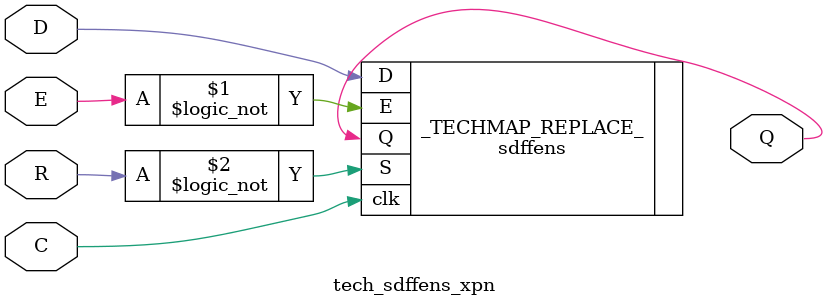
<source format=v>


//Part of the trick to making this library work for you is matching it
//to your synthesis flow.  The library contains every flip flop type
//that yosys defines, so if your architecture doesn't support all of them
//you need to constrain your synthesis flow to only map the design to
//the subset of flop types that your architecture supports.  This can be
//done with the dfflegalize command, which is integrated into FPGA
//Architect's reference synthesis flow.

//Where appropriate, a few hooks are provided in the library to help
//lessen the effort on downstream development in adopting this setup.
//Read available code comments and documentation carefully to make sure
//your setup works with this library in the way you wish.  If it does not
//meet your needs, creating a custom flop tech library for your architecture
//may be required.

//Excluding latches and scan flops, Yosys supports a total of 54 different 
//flop permutations It is useful to group them into categories to help organize
//common cases for what subsets an architecture might choose to support.

//There are eight flops that are fundamental to FPGA Architect generator
//options.  If you only support these eight flops, you can synthesize
//a very wide range of designs without adding additional configuration bits
//and flip flop modes.  Early versions of FPGA Architect supported only
//these eight flops.  They are presented here as a group.  The remaining
//46 flop variants supported by Yosys are all variants of these eight
//flops.

//*****************************************
//
// Begin "Core 8" Flop types
//
//*****************************************

(* techmap_celltype = "$_FF_ $_DFF_P_" *)
module tech_dff 
  (
   C,
   D,
   Q
   );

   input C;
   input D;
   output Q;

   dff _TECHMAP_REPLACE_ 
     ( .clk(C), .D(D), .Q(Q) );
      
endmodule // tech_dff
			
(* techmap_celltype = "$_DFF_PN0_" *)
module tech_dffr 
  (
   C,
   D,
   R,
   Q
   );

   input C;
   input R;
   input D;
   output Q;

   dffr _TECHMAP_REPLACE_ 
     ( .clk(C), .D(D), .R(R), .Q(Q) );

endmodule // tech_dffr

(* techmap_celltype = "$_DFF_PN1_" *)
module tech_dffs 
  (
   C,
   D,
   R,
   Q
   );

   input C;
   input R;
   input D;
   output Q;

   dffs _TECHMAP_REPLACE_ 
     ( .clk(C), .D(D), .S(R), .Q(Q) );
      
endmodule // tech_dffs
			
(* techmap_celltype = "$_DFFSR_PNN_" *)
module tech_dffrs 
  (
   C,
   D,
   R,
   S,
   Q
   );

   input C;
   input R;
   input S;
   input D;
   output Q;

   dffrs _TECHMAP_REPLACE_ 
     ( .clk(C), .D(D), .R(R), .S(S), .Q(Q) );
      
endmodule // tech_dffrs

// clkEdge posedge, EnLvl = 1
//
(* techmap_celltype = "$_DFFE_PP_" *)
module tech_dffe 
  (
   C,
   D,
   E,
   Q
   );

   input C;
   input D;
   input E;
   output Q;

   dffe _TECHMAP_REPLACE_ 
     ( .clk(C), .E(E), .D(D), .Q(Q) );
      
endmodule // tech_dffe
			
(* techmap_celltype = "$_DFFE_PN0P_" *)
module tech_dffer 
  (
   C,
   D,
   E,
   R,
   Q
   );

   input C;
   input R;
   input D;
   input E;
   output Q;

   dffer _TECHMAP_REPLACE_ 
     ( .clk(C), .E(E), .D(D), .R(R), .Q(Q) );

endmodule // tech_dffer

(* techmap_celltype = "$_DFFE_PN1P_" *)
module tech_dffes 
  (
   C,
   D,
   E,
   R,
   Q
   );

   input C;
   input R;
   input D;
   input E;
   output Q;

   dffes _TECHMAP_REPLACE_ 
     ( .clk(C), .E(E), .D(D), .S(R), .Q(Q) );
      
endmodule // tech_dffes

(* techmap_celltype = "$_DFFSRE_PNNP_" *)
module tech_dffers 
  (
   C,
   D,
   E,
   R,
   S,
   Q
   );

   input C;
   input R;
   input S;
   input D;
   input E;
   output Q;

   dffers _TECHMAP_REPLACE_ 
     ( .clk(C), .E(E), .D(D), .R(R), .S(S), .Q(Q) );
      
endmodule // tech_dffers

//*****************************************
//
// End "Core 8" Flop types
//
//*****************************************

//A next logical expansion to build additional architecture support on top
//of these "Core 8" flops would be to offer variants of them that trigger
//on the falling edge of the clock.  This is relatively inexpensive to 
//implement, as you need only a single configuration bit and an inverter
//to mux in a clock inversion to support this type.  The negative edge
//clock versions of the Core 8 are provided here next:
			
//*****************************************
//
// Begin "Negative Core 8" Flop types
//
//*****************************************

(* techmap_celltype = "$_DFF_N_" *)
module tech_dffn
  (
   C,
   D,
   Q
   );

   input C;
   input D;
   output Q;

   dffn _TECHMAP_REPLACE_ 
     ( .clk(C), .D(D), .Q(Q) );
      
endmodule // tech_dffn
			
(* techmap_celltype = "$_DFF_NN0_" *)
module tech_dffnr
  (
   C,
   D,
   R,
   Q
   );

   input C;
   input R;
   input D;
   output Q;

   dffnr _TECHMAP_REPLACE_ 
     ( .clk(C), .D(D), .R(R), .Q(Q) );

endmodule // tech_dffnr

(* techmap_celltype = "$_DFF_NN1_" *)
module tech_dffns 
  (
   C,
   D,
   R,
   Q
   );

   input C;
   input R;
   input D;
   output Q;

   dffns _TECHMAP_REPLACE_ 
     ( .clk(C), .D(D), .S(R), .Q(Q) );
      
endmodule // tech_dffns
			
(* techmap_celltype = "$_DFFSR_NNN_" *)
module tech_dffnrs 
  (
   C,
   D,
   R,
   S,
   Q
   );

   input C;
   input R;
   input S;
   input D;
   output Q;

   dffnrs _TECHMAP_REPLACE_ 
     ( .clk(C), .D(D), .R(R), .S(S), .Q(Q) );
      
endmodule // tech_dffnrs

// clkEdge negedge, EnLvl = 1
//
(* techmap_celltype = "$_DFFE_NP_" *)
module tech_dffen 
  (
   C,
   D,
   E,
   Q
   );

   input C;
   input D;
   input E;
   output Q;

   dffen _TECHMAP_REPLACE_ 
     ( .clk(C), .E(E), .D(D), .Q(Q) );
      
endmodule // tech_dffen
			
(* techmap_celltype = "$_DFFE_NN0P_" *)
module tech_dffenr 
  (
   C,
   D,
   E,
   R,
   Q
   );

   input C;
   input R;
   input D;
   input E;
   output Q;

   dffenr _TECHMAP_REPLACE_ 
     ( .clk(C), .E(E), .D(D), .R(R), .Q(Q) );

endmodule // tech_dffenr

(* techmap_celltype = "$_DFFE_NN1P_" *)
module tech_dffens 
  (
   C,
   D,
   E,
   R,
   Q
   );

   input C;
   input R;
   input D;
   input E;
   output Q;

   dffens _TECHMAP_REPLACE_ 
     ( .clk(C), .E(E), .D(D), .S(R), .Q(Q) );
      
endmodule // tech_dffens
	
(* techmap_celltype = "$_DFFSRE_NNNP_" *)
module tech_dffenrs 
  (
   C,
   D,
   E,
   R,
   S,
   Q
   );

   input C;
   input R;
   input S;
   input D;
   input E;
   output Q;

   dffenrs _TECHMAP_REPLACE_ 
     ( .clk(C), .E(E), .D(D), .R(R), .S(S), .Q(Q) );
      
endmodule // tech_dffenrs

//*****************************************
//
// End "Negative Core 8" Flop types
//
//*****************************************

//An similar additional type of support is to allow either
//edge of the set/reset/enable signals to be active.  Support
//of these types is where the number of flop permutations really
//explodes, and where having a naming convention that is easy
//to parse is critical.  Above, we have sacrificed a bit of
//clarity in exchange for brevity of flop names, so that when
//they are the only types used the flop types are compact while
//still easy to understand.  When permuting the set/reset/enable
//polarities, this breaks down.  We'll deal with this by simply
//mimicing Yosys's convention as a suffix stacked on top of our
//Core 8/Negative Core 8 naming conventions.  Do this as follows:

//Define a three-letter suffix in which the meaning of the suffix
//is <reset polarity><set polarity><enable polarity>
//and each polarity is denoted as follows:
//
// p - positive edge / active high polarity
// n - negative edge / active low polarity
// x - signal not present
//
//In this convention, our Core 8 would have the following
//expanded names:
//
// dff    | dff_xxx
// dffr   | dffr_nxx
// dffs   | dffs_xnx
// dffrs  | dffrs_nnx
// dffe   | dffe_xxp
// dffer  | dffer_nxp
// dffes  | dffes_xnp
// dffers | dffers_nnp

//As you can see, this convention introduces a bit of field redundancy,
//in exchange for the preservation of the original Core 8 names

//Like the core 8, the negative edge clock versions simply insert an 'n'
//in the apprpropriate location prior to the underscore.

//First, cover the positive edge versions of flops with just a set OR a
//reset (one new version edge)

// clkEdge posedge, rstLvl = 1, rstVal = 0
//
(* techmap_celltype = "$_DFF_PP0_" *)
module tech_dffr_pxx
  (
   C,
   D,
   R,
   Q
   );

   input C;
   input R;
   input D;
   output Q;

   //dffr_pxx _TECHMAP_REPLACE_ 
     //( .clk(C), .D(D), .R(R), .Q(Q) );
   dffr _TECHMAP_REPLACE_ 
     ( .clk(C), .D(D), .R(!R), .Q(Q) );

endmodule // tech_dffr_pxx
      
// clkEdge posedge, rstLvl = 1, rstVal = 1
//
(* techmap_celltype = "$_DFF_PP1_" *)
module tech_dffs_xpx
  (
   C,
   D,
   R,
   Q
   );

   input C;
   input R;
   input D;
   output Q;

   //dffs_xpx _TECHMAP_REPLACE_ 
     //( .clk(C), .D(D), .S(R), .Q(Q) );
   dffs _TECHMAP_REPLACE_ 
     ( .clk(C), .D(D), .S(!R), .Q(Q) );
      
endmodule // tech_dffs_xpx

//Next, cover the positive edge versions of flops with a set AND a
//reset (three versions)

// clkEdge posedge, SetLvl = 1, rstLvl = 0
//
(* techmap_celltype = "$_DFFSR_PPN_" *)
module tech_dffrs_pnx
  (
   C,
   D,
   R,
   S,
   Q
   );

   input C;
   input R;
   input S;
   input D;
   output Q;

   //dffrs_pnx _TECHMAP_REPLACE_ 
     //( .clk(C), .D(D), .R(R), .S(S), .Q(Q) );
   dffrs _TECHMAP_REPLACE_ 
     ( .clk(C), .D(D), .R(R), .S(!S), .Q(Q) );
      
endmodule // tech_dffrs_pnx

// clkEdge posedge, SetLvl = 0, rstLvl = 1
//
(* techmap_celltype = "$_DFFSR_PNP_" *)
module tech_dffrs_npx
  (
   C,
   D,
   R,
   S,
   Q
   );

   input C;
   input R;
   input S;
   input D;
   output Q;

   //dffrs_npx _TECHMAP_REPLACE_ 
     //( .clk(C), .D(D), .R(R), .S(S), .Q(Q) );
   dffrs _TECHMAP_REPLACE_ 
     ( .clk(C), .D(D), .R(!R), .S(S), .Q(Q) );
      
endmodule // tech_dffrs_npx

// clkEdge posedge, SetLvl = 1, rstLvl = 1
//
(* techmap_celltype = "$_DFFSR_PPP_" *)
module tech_dffrs_ppx
  (
   C,
   D,
   R,
   S,
   Q
   );

   input C;
   input R;
   input S;
   input D;
   output Q;

   //dffrs_ppx _TECHMAP_REPLACE_ 
     //( .clk(C), .D(D), .R(!R), .S(S), .Q(Q) );
   dffrs _TECHMAP_REPLACE_ 
     ( .clk(C), .D(D), .R(!R), .S(!S), .Q(Q) );
      
endmodule // tech_dffrs_ppx

//Do this all over again for flops with active high enables

// clkEdge posedge, RstLvl = 1, RstVal = 0, EnLvl = 1
//
(* techmap_celltype = "$_DFFE_PP0P_" *)
module tech_dffer_pxp
  (
   C,
   D,
   E,
   R,
   Q
   );

   input C;
   input R;
   input D;
   input E;
   output Q;

   //dffer_pxp _TECHMAP_REPLACE_ 
     //( .clk(C), .E(E), .D(D), .R(R), .Q(Q) );
   dffer _TECHMAP_REPLACE_ 
     ( .clk(C), .E(E), .D(D), .R(!R), .Q(Q) );

endmodule // tech_dffer_pxp
      
// clkEdge posedge, RstLvl = 1, RstVal = 1, EnLvl = 1
//
(* techmap_celltype = "$_DFFE_PP1P_" *)
module tech_dffes_xpp
  (
   C,
   D,
   E,
   R,
   Q
   );

   input C;
   input R;
   input D;
   input E;
   output Q;

   //dffes_xpp _TECHMAP_REPLACE_ 
     //( .clk(C), .E(E), .D(D), .S(R), .Q(Q) );
   dffes _TECHMAP_REPLACE_ 
     ( .clk(C), .E(E), .D(D), .S(!R), .Q(Q) );
      
endmodule // tech_dffes_xpp

// clkEdge posedge, SetLvl = 1, RstLvl = 0, EnLvl = 1
//
(* techmap_celltype = "$_DFFSRE_PPNP_" *)
module tech_dffers_pnp
  (
   C,
   D,
   E,
   R,
   S,
   Q
   );

   input C;
   input R;
   input S;
   input D;
   input E;
   output Q;

   //dffers_pnp _TECHMAP_REPLACE_ 
     //( .clk(C), .D(D), .R(R), .S(S), .Q(Q) );
   dffers _TECHMAP_REPLACE_ 
     ( .clk(C), .E(E), .D(D), .R(R), .S(!S), .Q(Q) );
      
endmodule // tech_dffers_pnp

// clkEdge posedge, SetLvl = 0, RstLvl = 1, EnLvl = 1
//
(* techmap_celltype = "$_DFFSRE_PNPP_" *)
module tech_dffers_npp
  (
   C,
   D,
   E,
   R,
   S,
   Q
   );

   input C;
   input R;
   input S;
   input D;
   input E;
   output Q;

   //dffers_npp _TECHMAP_REPLACE_ 
     //( .clk(C), .D(D), .R(R), .S(S), .Q(Q) );
   dffers _TECHMAP_REPLACE_ 
     ( .clk(C), .E(E), .D(D), .R(!R), .S(S), .Q(Q) );
      
endmodule // tech_dffers_npp

// clkEdge posedge, SetLvl = 1, RstLvl = 1, EnLvl = 1
//
(* techmap_celltype = "$_DFFSRE_PPPP_" *)
module tech_dffers_ppp
  (
   C,
   D,
   E,
   R,
   S,
   Q
   );

   input C;
   input R;
   input S;
   input D;
   input E;
   output Q;

   //dffers_ppp _TECHMAP_REPLACE_ 
     //( .clk(C), .D(D), .R(R), .S(S), .Q(Q) );
   dffers _TECHMAP_REPLACE_ 
     ( .clk(C), .E(E), .D(D), .R(!R), .S(!S), .Q(Q) );
      
endmodule // tech_dffers_ppp

//Make versions of Core 8 flops with active low enables

// clkEdge posedge, EnLvl = 0
//
(* techmap_celltype = "$_DFFE_PN_" *)
module tech_dffe_xxn
  (
   C,
   D,
   E,
   Q
   );

   input C;
   input D;
   input E;
   output Q;

   //dffe_xxn _TECHMAP_REPLACE_ 
     //( .clk(C), .E(E), .D(D), .Q(Q) );
   dffe _TECHMAP_REPLACE_ 
     ( .clk(C), .E(!E), .D(D), .Q(Q) );
      
endmodule // tech_dffe
			
// clkEdge posedge, RstLvl = 0, RstVal = 0, EnLvl = 0
//
(* techmap_celltype = "$_DFFE_PN0N_" *)
module tech_dffer_nxn
  (
   C,
   D,
   E,
   R,
   Q
   );

   input C;
   input R;
   input D;
   input E;
   output Q;

   //dffer_nxn _TECHMAP_REPLACE_ 
     //( .clk(C), .E(E), .D(D), .R(R), .Q(Q) );
   dffer _TECHMAP_REPLACE_ 
     ( .clk(C), .E(!E), .D(D), .R(R), .Q(Q) );

endmodule // tech_dffer

// clkEdge posedge, RstLvl = 0, RstVal = 1, EnLvl = 0
//
(* techmap_celltype = "$_DFFE_PN1N_" *)
module tech_dffes_xnn
  (
   C,
   D,
   E,
   R,
   Q
   );

   input C;
   input R;
   input D;
   input E;
   output Q;

   //dffes_xnn _TECHMAP_REPLACE_ 
     //( .clk(C), .E(E), .D(D), .S(R), .Q(Q) );
   dffes _TECHMAP_REPLACE_ 
     ( .clk(C), .E(!E), .D(D), .S(R), .Q(Q) );
      
endmodule // tech_dffes

// clkEdge posedge, SetLvl = 0, RstLvl = 0, EnLvl = 0
//
(* techmap_celltype = "$_DFFSRE_PNNN_" *)
module tech_dffers_nnn
  (
   C,
   D,
   E,
   R,
   S,
   Q
   );

   input C;
   input R;
   input S;
   input D;
   input E;
   output Q;

   //dffers_nnn _TECHMAP_REPLACE_ 
     //( .clk(C), .E(E), .D(D), .R(R), .S(S), .Q(Q) );
   dffers _TECHMAP_REPLACE_ 
     ( .clk(C), .E(!E), .D(D), .R(R), .S(S), .Q(Q) );
      
endmodule // tech_dffers

//Now do all the non-core flops with active low enables

// clkEdge posedge, RstLvl = 1, rstVal = 0, EnLvl = 0
//
(* techmap_celltype = "$_DFFE_PP0N_" *)
module tech_dffer_pxn
  (
   C,
   D,
   E,
   R,
   Q
   );

   input C;
   input R;
   input D;
   input E;
   output Q;

   //dffer_pxn _TECHMAP_REPLACE_ 
     //( .clk(C), .E(E), .D(D), .R(R), .Q(Q) );
   dffer _TECHMAP_REPLACE_ 
     ( .clk(C), .E(!E), .D(D), .R(!R), .Q(Q) );

endmodule // tech_dffer_pxn
      
// clkEdge posedge, RstLvl = 1, rstVal = 1, EnLvl = 0
//
(* techmap_celltype = "$_DFFE_PP1N_" *)
module tech_dffes_xpn
  (
   C,
   D,
   E,
   R,
   Q
   );

   input C;
   input R;
   input D;
   input E;
   output Q;

   //dffes_xpn _TECHMAP_REPLACE_ 
     //( .clk(C), .E(E), .D(D), .S(R), .Q(Q) );
   dffes _TECHMAP_REPLACE_ 
     ( .clk(C), .E(!E), .D(D), .S(!R), .Q(Q) );
      
endmodule // tech_dffes_xpn

// clkEdge posedge, SetLvl = 1, RstLvl = 0, EnLvl = 0
//
(* techmap_celltype = "$_DFFSRE_PPNN_" *)
module tech_dffers_pnn
  (
   C,
   D,
   E,
   R,
   S,
   Q
   );

   input C;
   input R;
   input S;
   input D;
   input E;
   output Q;

   //dffers_pnn _TECHMAP_REPLACE_ 
    // ( .clk(C), .D(D), .R(R), .S(S), .Q(Q) );
   dffers _TECHMAP_REPLACE_ 
     ( .clk(C), .E(!E), .D(D), .R(R), .S(!S), .Q(Q) );
      
endmodule // tech_dffers_pnn

// clkEdge posedge, SetLvl = 0, RstLvl = 1, EnLvl = 0
//
(* techmap_celltype = "$_DFFSRE_PNPN_" *)
module tech_dffers_npn
  (
   C,
   D,
   E,
   R,
   S,
   Q
   );

   input C;
   input R;
   input S;
   input D;
   input E;
   output Q;

   //dffers_npn _TECHMAP_REPLACE_ 
     //( .clk(C), .D(D), .R(R), .S(S), .Q(Q) );
   dffers _TECHMAP_REPLACE_ 
     ( .clk(C), .E(!E), .D(D), .R(!R), .S(S), .Q(Q) );
      
endmodule // tech_dffers_npn

// clkEdge posedge, SetLvl = 1, RstLvl = 1, EnLvl = 0
//
(* techmap_celltype = "$_DFFSRE_PPPN_" *)
module tech_dffers_ppn
  (
   C,
   D,
   E,
   R,
   S,
   Q
   );

   input C;
   input R;
   input S;
   input D;
   input E;
   output Q;

   //dffers_ppn _TECHMAP_REPLACE_ 
     //( .clk(C), .D(D), .R(R), .S(S), .Q(Q) );
   dffers _TECHMAP_REPLACE_ 
     ( .clk(C), .E(!E), .D(D), .R(!R), .S(!S), .Q(Q) );
      
endmodule // tech_dffers_ppn

//Now repeat ALL the non-core flops we just made with negative-edge
//triggered clocks

//First, cover the positive edge versions of flops with just a set OR a
//reset (one new version edge)

// clkEdge negedge, rstLvl = 1, rstVal = 0
//
(* techmap_celltype = "$_DFF_NP0_" *)
module tech_dffnr_pxx
  (
   C,
   D,
   R,
   Q
   );

   input C;
   input R;
   input D;
   output Q;

   //dffnr_pxx _TECHMAP_REPLACE_ 
     //( .clk(C), .D(D), .R(R), .Q(Q) );
   dffnr _TECHMAP_REPLACE_ 
     ( .clk(C), .D(D), .R(!R), .Q(Q) );

endmodule // tech_dffnr_pxx
      
// clkEdge negedge, rstLvl = 1, rstVal = 1
//
(* techmap_celltype = "$_DFF_NP1_" *)
module tech_dffns_xpx
  (
   C,
   D,
   R,
   Q
   );

   input C;
   input R;
   input D;
   output Q;

   //dffns_xpx _TECHMAP_REPLACE_ 
     //( .clk(C), .D(D), .S(R), .Q(Q) );
   dffns _TECHMAP_REPLACE_ 
     ( .clk(C), .D(D), .S(!R), .Q(Q) );
      
endmodule // tech_dffns_xpx

//Next, cover the positive edge versions of flops with a set AND a
//reset (three versions)

// clkEdge negedge, SetLvl = 1, rstLvl = 0
//
(* techmap_celltype = "$_DFFSR_NPN_" *)
module tech_dffnrs_pnx
  (
   C,
   D,
   R,
   S,
   Q
   );

   input C;
   input R;
   input S;
   input D;
   output Q;

   //dffnrs_pnx _TECHMAP_REPLACE_ 
     //( .clk(C), .D(D), .R(R), .S(S), .Q(Q) );
   dffnrs _TECHMAP_REPLACE_ 
     ( .clk(C), .D(D), .R(R), .S(!S), .Q(Q) );
      
endmodule // tech_dffnrs_pnx

// clkEdge negedge, SetLvl = 0, rstLvl = 1
//
(* techmap_celltype = "$_DFFSR_NNP_" *)
module tech_dffnrs_npx
  (
   C,
   D,
   R,
   S,
   Q
   );

   input C;
   input R;
   input S;
   input D;
   output Q;

   //dffnrs_npx _TECHMAP_REPLACE_ 
     //( .clk(C), .D(D), .R(R), .S(S), .Q(Q) );
   dffnrs _TECHMAP_REPLACE_ 
     ( .clk(C), .D(D), .R(!R), .S(S), .Q(Q) );
      
endmodule // tech_dffnrs_npx

// clkEdge negedge, SetLvl = 1, rstLvl = 1
//
(* techmap_celltype = "$_DFFSR_NPP_" *)
module tech_dffnrs_ppx
  (
   C,
   D,
   R,
   S,
   Q
   );

   input C;
   input R;
   input S;
   input D;
   output Q;

   //dffnrs_ppx _TECHMAP_REPLACE_ 
     //( .clk(C), .D(D), .R(R), .S(S), .Q(Q) );
   dffnrs _TECHMAP_REPLACE_ 
     ( .clk(C), .D(D), .R(!R), .S(!S), .Q(Q) );
      
endmodule // tech_dffnrs_ppx

//Do this all over again for flops with active high enables

// clkEdge negedge, RstLvl = 1, RstVal = 0, EnLvl = 1
//
(* techmap_celltype = "$_DFFE_NP0P_" *)
module tech_dffenr_pxp
  (
   C,
   D,
   E,
   R,
   Q
   );

   input C;
   input R;
   input D;
   input E;
   output Q;

   //dffenr_pxp _TECHMAP_REPLACE_ 
     //( .clk(C), .E(E), .D(D), .R(R), .Q(Q) );
   dffenr _TECHMAP_REPLACE_ 
     ( .clk(C), .E(E), .D(D), .R(!R), .Q(Q) );

endmodule // tech_dffenr_pxp
      
// clkEdge negedge, RstLvl = 1, RstVal = 1, EnLvl = 1
//
(* techmap_celltype = "$_DFFE_NP1P_" *)
module tech_dffens_xpp
  (
   C,
   D,
   E,
   R,
   Q
   );

   input C;
   input R;
   input D;
   input E;
   output Q;

   //dffens_xpp _TECHMAP_REPLACE_ 
     //( .clk(C), .E(E), .D(D), .S(R), .Q(Q) );
   dffens _TECHMAP_REPLACE_ 
     ( .clk(C), .E(E), .D(D), .S(!R), .Q(Q) );
      
endmodule // tech_dffens_xpp

// clkEdge negedge, SetLvl = 1, RstLvl = 0, EnLvl = 1
//
(* techmap_celltype = "$_DFFSRE_NPNP_" *)
module tech_dffenrs_pnp
  (
   C,
   D,
   E,
   R,
   S,
   Q
   );

   input C;
   input R;
   input S;
   input D;
   input E;
   output Q;

   //dffenrs_pnp _TECHMAP_REPLACE_ 
     //( .clk(C), .D(D), .R(R), .S(S), .Q(Q) );
   dffenrs _TECHMAP_REPLACE_ 
     ( .clk(C), .E(E), .D(D), .R(R), .S(!S), .Q(Q) );
      
endmodule // tech_dffenrs_pnp

// clkEdge negedge, SetLvl = 0, RstLvl = 1, EnLvl = 1
//
(* techmap_celltype = "$_DFFSRE_NNPP_" *)
module tech_dffenrs_npp
  (
   C,
   D,
   E,
   R,
   S,
   Q
   );

   input C;
   input R;
   input S;
   input D;
   input E;
   output Q;

   //dffenrs_npp _TECHMAP_REPLACE_ 
     //( .clk(C), .D(D), .R(R), .S(S), .Q(Q) );
   dffenrs _TECHMAP_REPLACE_ 
     ( .clk(C), .E(E), .D(D), .R(!R), .S(S), .Q(Q) );
      
endmodule // tech_dffenrs_npp

// clkEdge negedge, SetLvl = 1, RstLvl = 1, EnLvl = 1
//
(* techmap_celltype = "$_DFFSRE_NPPP_" *)
module tech_dffenrs_ppp
  (
   C,
   D,
   E,
   R,
   S,
   Q
   );

   input C;
   input R;
   input S;
   input D;
   input E;
   output Q;

   //dffenrs_ppp _TECHMAP_REPLACE_ 
     //( .clk(C), .D(D), .R(R), .S(S), .Q(Q) );
   dffenrs _TECHMAP_REPLACE_ 
     ( .clk(C), .E(E), .D(D), .R(!R), .S(!S), .Q(Q) );
      
endmodule // tech_dffenrs_ppp

//Make versions of Core 8 flops with active low enables

// clkEdge negedge, EnLvl = 0
//
(* techmap_celltype = "$_DFFE_NN_" *)
module tech_dffen_xxn
  (
   C,
   D,
   E,
   Q
   );

   input C;
   input D;
   input E;
   output Q;

   //dffen_xxn _TECHMAP_REPLACE_ 
     //( .clk(C), .E(E), .D(D), .Q(Q) );
   dffen _TECHMAP_REPLACE_ 
     ( .clk(C), .E(!E), .D(D), .Q(Q) );
      
endmodule // tech_dffen
			
// clkEdge negedge, RstLvl = 0, RstVal = 0, EnLvl = 0
//
(* techmap_celltype = "$_DFFE_NN0N_" *)
module tech_dffenr_nxn
  (
   C,
   D,
   E,
   R,
   Q
   );

   input C;
   input R;
   input D;
   input E;
   output Q;

   //dffenr_nxn _TECHMAP_REPLACE_ 
     //( .clk(C), .E(E), .D(D), .R(R), .Q(Q) );
   dffenr _TECHMAP_REPLACE_ 
     ( .clk(C), .E(!E), .D(D), .R(R), .Q(Q) );

endmodule // tech_dffenr

// clkEdge negedge, RstLvl = 0, RstVal = 1, EnLvl = 0
//
(* techmap_celltype = "$_DFFE_NN1N_" *)
module tech_dffens_xnn
  (
   C,
   D,
   E,
   R,
   Q
   );

   input C;
   input R;
   input D;
   input E;
   output Q;

   //dffens_xnn _TECHMAP_REPLACE_ 
     //( .clk(C), .E(E), .D(D), .S(R), .Q(Q) );
   dffens _TECHMAP_REPLACE_ 
     ( .clk(C), .E(!E), .D(D), .S(R), .Q(Q) );
      
endmodule // tech_dffens

// clkEdge negedge, SetLvl = 0, RstLvl = 0, EnLvl = 0
//
(* techmap_celltype = "$_DFFSRE_NNNN_" *)
module tech_dffenrs_nnn
  (
   C,
   D,
   E,
   R,
   S,
   Q
   );

   input C;
   input R;
   input S;
   input D;
   input E;
   output Q;

   //dffenrs_nnn _TECHMAP_REPLACE_ 
     //( .clk(C), .E(E), .D(D), .R(R), .S(S), .Q(Q) );
   dffenrs _TECHMAP_REPLACE_ 
     ( .clk(C), .E(!E), .D(D), .R(R), .S(S), .Q(Q) );
      
endmodule // tech_dffenrs

//Now do all the non-core flops with active low enables

// clkEdge negedge, RstLvl = 1, RstVal = 0, EnLvl = 0
//
(* techmap_celltype = "$_DFFE_NP0N_" *)
module tech_dffenr_pxn
  (
   C,
   D,
   E,
   R,
   Q
   );

   input C;
   input R;
   input D;
   input E;
   output Q;

   //dffenr_pxn _TECHMAP_REPLACE_ 
     //( .clk(C), .E(E), .D(D), .R(R), .Q(Q) );
   dffenr _TECHMAP_REPLACE_ 
     ( .clk(C), .E(!E), .D(D), .R(!R), .Q(Q) );

endmodule // tech_dffenr_pxn
      
// clkEdge negedge, RstLvl = 1, RstVal = 1, EnLvl = 0
//
(* techmap_celltype = "$_DFFE_NP1N_" *)
module tech_dffens_xpn
  (
   C,
   D,
   E,
   R,
   Q
   );

   input C;
   input R;
   input D;
   input E;
   output Q;

   //dffens_xpn _TECHMAP_REPLACE_ 
    // ( .clk(C), .E(E), .D(D), .S(R), .Q(Q) );
   dffens _TECHMAP_REPLACE_ 
     ( .clk(C), .E(!E), .D(D), .S(!R), .Q(Q) );
      
endmodule // tech_dffens_xpn

// clkEdge negedge, SetLvl = 1, RstLvl = 0, EnLvl = 0
//
(* techmap_celltype = "$_DFFSRE_NPNN_" *)
module tech_dffenrs_pnn
  (
   C,
   D,
   E,
   R,
   S,
   Q
   );

   input C;
   input R;
   input S;
   input D;
   input E;
   output Q;

   //dffenrs_pnn _TECHMAP_REPLACE_ 
     //( .clk(C), .D(D), .R(R), .S(S), .Q(Q) );
   dffenrs _TECHMAP_REPLACE_ 
     ( .clk(C), .E(!E), .D(D), .R(R), .S(!S), .Q(Q) );
      
endmodule // tech_dffenrs_pnn

// clkEdge negedge, SetLvl = 0, RstLvl = 1, EnLvl = 0
//
(* techmap_celltype = "$_DFFSRE_NNPN_" *)
module tech_dffenrs_npn
  (
   C,
   D,
   E,
   R,
   S,
   Q
   );

   input C;
   input R;
   input S;
   input D;
   input E;
   output Q;

   //dffenrs_npn _TECHMAP_REPLACE_ 
     //( .clk(C), .D(D), .R(R), .S(S), .Q(Q) );
   dffenrs _TECHMAP_REPLACE_ 
     ( .clk(C), .E(!E), .D(D), .R(!R), .S(S), .Q(Q) );
      
endmodule // tech_dffenrs_npn

// clkEdge negedge, SetLvl = 1, RstLvl = 1, EnLvl = 0
//
(* techmap_celltype = "$_DFFSRE_NPPN_" *)
module tech_dffenrs_ppn
  (
   C,
   D,
   E,
   R,
   S,
   Q
   );

   input C;
   input R;
   input S;
   input D;
   input E;
   output Q;

   //dffenrs_ppn _TECHMAP_REPLACE_ 
     //( .clk(C), .D(D), .R(R), .S(S), .Q(Q) );
   dffenrs _TECHMAP_REPLACE_ 
     ( .clk(C), .E(!E), .D(D), .R(!R), .S(!S), .Q(Q) );
      
endmodule // tech_dffenrs_ppn

// Sdff versions, e.g DFF with synchronous set/reset
// 
//tech_flops.v
//Peter Grossmann
//19 May 2022
//$Id$
//$Log$

//This file provides a generic tech mapping option suitable for many
//(not all) FPGA architectures that define their flop flop primitives
//with names that match the naming conventions used here (i.e.
//architectures generated with the FPGA Architect standard library).

//Part of the trick to making this library work for you is matching it
//to your synthesis flow.  The library contains every flip flop type
//that yosys defines, so if your architecture doesn't support all of them
//you need to constrain your synthesis flow to only map the design to
//the subset of flop types that your architecture supports.  This can be
//done with the sdfflegalize command, which is integrated into FPGA
//Architect's reference synthesis flow.

//Where appropriate, a few hooks are provided in the library to help
//lessen the effort on downstream development in adopting this setup.
//Read available code comments and documentation carefully to make sure
//your setup works with this library in the way you wish.  If it does not
//meet your needs, creating a custom flop tech library for your architecture
//may be required.

//Excluding latches and scan flops, Yosys supports a total of 54 different 
//flop permutations It is useful to group them into categories to help organize
//common cases for what subsets an architecture might choose to support.

//There are eight flops that are fundamental to FPGA Architect generator
//options.  If you only support these eight flops, you can synthesize
//a very wide range of designs without adding additional configuration bits
//and flip flop modes.  Early versions of FPGA Architect supported only
//these eight flops.  They are presented here as a group.  The remaining
//46 flop variants supported by Yosys are all variants of these eight
//flops.

//*****************************************
//
// Begin "Core 8" Flop types
//
//*****************************************

(* techmap_celltype = "$_SDFF_PN0_" *)
module tech_sdffr 
  (
   C,
   D,
   R,
   Q
   );

   input C;
   input R;
   input D;
   output Q;

   sdffr _TECHMAP_REPLACE_ 
     ( .clk(C), .D(D), .R(R), .Q(Q) );

endmodule // tech_sdffr

(* techmap_celltype = "$_SDFF_PN1_" *)
module tech_sdffs 
  (
   C,
   D,
   R,
   Q
   );

   input C;
   input R;
   input D;
   output Q;

   sdffs _TECHMAP_REPLACE_ 
     ( .clk(C), .D(D), .S(R), .Q(Q) );
      
endmodule // tech_sdffs
			
(* techmap_celltype = "$_SDFFE_PN0P_" *)
module tech_sdffer 
  (
   C,
   D,
   E,
   R,
   Q
   );

   input C;
   input R;
   input D;
   input E;
   output Q;

   sdffer _TECHMAP_REPLACE_ 
     ( .clk(C), .E(E), .D(D), .R(R), .Q(Q) );

endmodule // tech_sdffer

(* techmap_celltype = "$_SDFFE_PN1P_" *)
module tech_sdffes 
  (
   C,
   D,
   E,
   R,
   Q
   );

   input C;
   input R;
   input D;
   input E;
   output Q;

   sdffes _TECHMAP_REPLACE_ 
     ( .clk(C), .E(E), .D(D), .S(R), .Q(Q) );
      
endmodule // tech_sdffes

//*****************************************
//
// End "Core 8" Flop types
//
//*****************************************

//A next logical expansion to build additional architecture support on top
//of these "Core 8" flops would be to offer variants of them that trigger
//on the falling edge of the clock.  This is relatively inexpensive to 
//implement, as you need only a single configuration bit and an inverter
//to mux in a clock inversion to support this type.  The negative edge
//clock versions of the Core 8 are provided here next:
			
//*****************************************
//
// Begin "Negative Core 8" Flop types
//
//*****************************************

(* techmap_celltype = "$_SDFF_NN0_" *)
module tech_sdffnr
  (
   C,
   D,
   R,
   Q
   );

   input C;
   input R;
   input D;
   output Q;

   sdffnr _TECHMAP_REPLACE_ 
     ( .clk(C), .D(D), .R(R), .Q(Q) );

endmodule // tech_sdffnr

(* techmap_celltype = "$_SDFF_NN1_" *)
module tech_sdffns 
  (
   C,
   D,
   R,
   Q
   );

   input C;
   input R;
   input D;
   output Q;

   sdffns _TECHMAP_REPLACE_ 
     ( .clk(C), .D(D), .S(R), .Q(Q) );
      
endmodule // tech_sdffns
			
(* techmap_celltype = "$_SDFFE_NN0P_" *)
module tech_sdffenr 
  (
   C,
   D,
   E,
   R,
   Q
   );

   input C;
   input R;
   input D;
   input E;
   output Q;

   sdffenr _TECHMAP_REPLACE_ 
     ( .clk(C), .E(E), .D(D), .R(R), .Q(Q) );

endmodule // tech_sdffenr

(* techmap_celltype = "$_SDFFE_NN1P_" *)
module tech_sdffens 
  (
   C,
   D,
   E,
   R,
   Q
   );

   input C;
   input R;
   input D;
   input E;
   output Q;

   sdffens _TECHMAP_REPLACE_ 
     ( .clk(C), .E(E), .D(D), .S(R), .Q(Q) );
      
endmodule // tech_sdffens
	
//*****************************************
//
// End "Negative Core 8" Flop types
//
//*****************************************

//An similar additional type of support is to allow either
//edge of the set/reset/enable signals to be active.  Support
//of these types is where the number of flop permutations really
//explodes, and where having a naming convention that is easy
//to parse is critical.  Above, we have sacrificed a bit of
//clarity in exchange for brevity of flop names, so that when
//they are the only types used the flop types are compact while
//still easy to understand.  When permuting the set/reset/enable
//polarities, this breaks down.  We'll deal with this by simply
//mimicing Yosys's convention as a suffix stacked on top of our
//Core 8/Negative Core 8 naming conventions.  Do this as follows:

//Define a three-letter suffix in which the meaning of the suffix
//is <reset polarity><set polarity><enable polarity>
//and each polarity is denoted as follows:
//
// p - positive edge / active high polarity
// n - negative edge / active low polarity
// x - signal not present
//
//In this convention, our Core 8 would have the following
//expanded names:
//
// sdffr   | sdffr_nxx
// sdffs   | sdffs_xnx
// sdffer  | sdffer_nxp
// sdffes  | sdffes_xnp

//As you can see, this convention introduces a bit of field redundancy,
//in exchange for the preservation of the original Core 8 names

//Like the core 8, the negative edge clock versions simply insert an 'n'
//in the apprpropriate location prior to the underscore.

//First, cover the positive edge versions of flops with just a set OR a
//reset (one new version edge)

// clkEdge posedge, rstLvl = 1, rstVal = 0
//
(* techmap_celltype = "$_SDFF_PP0_" *)
module tech_sdffr_pxx
  (
   C,
   D,
   R,
   Q
   );

   input C;
   input R;
   input D;
   output Q;

   //sdffr_pxx _TECHMAP_REPLACE_ 
     //( .clk(C), .D(D), .R(R), .Q(Q) );
   sdffr _TECHMAP_REPLACE_ 
     ( .clk(C), .D(D), .R(!R), .Q(Q) );

endmodule // tech_sdffr_pxx
      
// clkEdge posedge, rstLvl = 1, rstVal = 1
//
(* techmap_celltype = "$_SDFF_PP1_" *)
module tech_sdffs_xpx
  (
   C,
   D,
   R,
   Q
   );

   input C;
   input R;
   input D;
   output Q;

   //sdffs_xpx _TECHMAP_REPLACE_ 
     //( .clk(C), .D(D), .S(R), .Q(Q) );
   sdffs _TECHMAP_REPLACE_ 
     ( .clk(C), .D(D), .S(!R), .Q(Q) );
      
endmodule // tech_sdffs_xpx

//Next, cover the positive edge versions of flops with a set AND a
//reset (three versions)

//Do this all over again for flops with active high enables

// clkEdge posedge, RstLvl = 1, RstVal = 0, EnLvl = 1
//
(* techmap_celltype = "$_SDFFE_PP0P_" *)
module tech_sdffer_pxp
  (
   C,
   D,
   E,
   R,
   Q
   );

   input C;
   input R;
   input D;
   input E;
   output Q;

   //sdffer_pxp _TECHMAP_REPLACE_ 
     //( .clk(C), .E(E), .D(D), .R(R), .Q(Q) );
   sdffer _TECHMAP_REPLACE_ 
     ( .clk(C), .E(E), .D(D), .R(!R), .Q(Q) );

endmodule // tech_sdffer_pxp
      
// clkEdge posedge, RstLvl = 1, RstVal = 1, EnLvl = 1
//
(* techmap_celltype = "$_SDFFE_PP1P_" *)
module tech_sdffes_xpp
  (
   C,
   D,
   E,
   R,
   Q
   );

   input C;
   input R;
   input D;
   input E;
   output Q;

   //sdffes_xpp _TECHMAP_REPLACE_ 
     //( .clk(C), .E(E), .D(D), .S(R), .Q(Q) );
   sdffes _TECHMAP_REPLACE_ 
     ( .clk(C), .E(E), .D(D), .S(!R), .Q(Q) );
      
endmodule // tech_sdffes_xpp


//Make versions of Core 8 flops with active low enables

// clkEdge posedge, RstLvl = 0, RstVal = 0, EnLvl = 0
//
(* techmap_celltype = "$_SDFFE_PN0N_" *)
module tech_sdffer_nxn
  (
   C,
   D,
   E,
   R,
   Q
   );

   input C;
   input R;
   input D;
   input E;
   output Q;

   //sdffer_nxn _TECHMAP_REPLACE_ 
     //( .clk(C), .E(E), .D(D), .R(R), .Q(Q) );
   sdffer _TECHMAP_REPLACE_ 
     ( .clk(C), .E(!E), .D(D), .R(R), .Q(Q) );

endmodule // tech_sdffer

// clkEdge posedge, RstLvl = 0, RstVal = 1, EnLvl = 0
//
(* techmap_celltype = "$_SDFFE_PN1N_" *)
module tech_sdffes_xnn
  (
   C,
   D,
   E,
   R,
   Q
   );

   input C;
   input R;
   input D;
   input E;
   output Q;

   //sdffes_xnn _TECHMAP_REPLACE_ 
     //( .clk(C), .E(E), .D(D), .S(R), .Q(Q) );
   sdffes _TECHMAP_REPLACE_ 
     ( .clk(C), .E(!E), .D(D), .S(R), .Q(Q) );
      
endmodule // tech_sdffes

//Now do all the non-core flops with active low enables

// clkEdge posedge, RstLvl = 1, rstVal = 0, EnLvl = 0
//
(* techmap_celltype = "$_SDFFE_PP0N_" *)
module tech_sdffer_pxn
  (
   C,
   D,
   E,
   R,
   Q
   );

   input C;
   input R;
   input D;
   input E;
   output Q;

   //sdffer_pxn _TECHMAP_REPLACE_ 
     //( .clk(C), .E(E), .D(D), .R(R), .Q(Q) );
   sdffer _TECHMAP_REPLACE_ 
     ( .clk(C), .E(!E), .D(D), .R(!R), .Q(Q) );

endmodule // tech_sdffer_pxn
      
// clkEdge posedge, RstLvl = 1, rstVal = 1, EnLvl = 0
//
(* techmap_celltype = "$_SDFFE_PP1N_" *)
module tech_sdffes_xpn
  (
   C,
   D,
   E,
   R,
   Q
   );

   input C;
   input R;
   input D;
   input E;
   output Q;

   //sdffes_xpn _TECHMAP_REPLACE_ 
     //( .clk(C), .E(E), .D(D), .S(R), .Q(Q) );
   sdffes _TECHMAP_REPLACE_ 
     ( .clk(C), .E(!E), .D(D), .S(!R), .Q(Q) );
      
endmodule // tech_sdffes_xpn

//Now repeat ALL the non-core flops we just made with negative-edge
//triggered clocks

//First, cover the positive edge versions of flops with just a set OR a
//reset (one new version edge)

// clkEdge negedge, rstLvl = 1, rstVal = 0
//
(* techmap_celltype = "$_SDFF_NP0_" *)
module tech_sdffnr_pxx
  (
   C,
   D,
   R,
   Q
   );

   input C;
   input R;
   input D;
   output Q;

   //sdffnr_pxx _TECHMAP_REPLACE_ 
     //( .clk(C), .D(D), .R(R), .Q(Q) );
   sdffnr _TECHMAP_REPLACE_ 
     ( .clk(C), .D(D), .R(!R), .Q(Q) );

endmodule // tech_sdffnr_pxx
      
// clkEdge negedge, rstLvl = 1, rstVal = 1
//
(* techmap_celltype = "$_SDFF_NP1_" *)
module tech_sdffns_xpx
  (
   C,
   D,
   R,
   Q
   );

   input C;
   input R;
   input D;
   output Q;

   //sdffns_xpx _TECHMAP_REPLACE_ 
     //( .clk(C), .D(D), .S(R), .Q(Q) );
   sdffns _TECHMAP_REPLACE_ 
     ( .clk(C), .D(D), .S(!R), .Q(Q) );
      
endmodule // tech_sdffns_xpx

//Next, cover the positive edge versions of flops with a set AND a
//reset (three versions)

//Do this all over again for flops with active high enables

// clkEdge negedge, RstLvl = 1, RstVal = 0, EnLvl = 1
//
(* techmap_celltype = "$_SDFFE_NP0P_" *)
module tech_sdffenr_pxp
  (
   C,
   D,
   E,
   R,
   Q
   );

   input C;
   input R;
   input D;
   input E;
   output Q;

   //sdffenr_pxp _TECHMAP_REPLACE_ 
     //( .clk(C), .E(E), .D(D), .R(R), .Q(Q) );
   sdffenr _TECHMAP_REPLACE_ 
     ( .clk(C), .E(E), .D(D), .R(!R), .Q(Q) );

endmodule // tech_sdffenr_pxp
      
// clkEdge negedge, RstLvl = 1, RstVal = 1, EnLvl = 1
//
(* techmap_celltype = "$_SDFFE_NP1P_" *)
module tech_sdffens_xpp
  (
   C,
   D,
   E,
   R,
   Q
   );

   input C;
   input R;
   input D;
   input E;
   output Q;

   //sdffens_xpp _TECHMAP_REPLACE_ 
     //( .clk(C), .E(E), .D(D), .S(R), .Q(Q) );
   sdffens _TECHMAP_REPLACE_ 
     ( .clk(C), .E(E), .D(D), .S(!R), .Q(Q) );
      
endmodule // tech_sdffens_xpp


//Make versions of Core 8 flops with active low enables

// clkEdge negedge, RstLvl = 0, RstVal = 0, EnLvl = 0
//
(* techmap_celltype = "$_SDFFE_NN0N_" *)
module tech_sdffenr_nxn
  (
   C,
   D,
   E,
   R,
   Q
   );

   input C;
   input R;
   input D;
   input E;
   output Q;

   //sdffenr_nxn _TECHMAP_REPLACE_ 
     //( .clk(C), .E(E), .D(D), .R(R), .Q(Q) );
   sdffenr _TECHMAP_REPLACE_ 
     ( .clk(C), .E(!E), .D(D), .R(R), .Q(Q) );

endmodule // tech_sdffenr

// clkEdge negedge, RstLvl = 0, RstVal = 1, EnLvl = 0
//
(* techmap_celltype = "$_SDFFE_NN1N_" *)
module tech_sdffens_xnn
  (
   C,
   D,
   E,
   R,
   Q
   );

   input C;
   input R;
   input D;
   input E;
   output Q;

   //sdffens_xnn _TECHMAP_REPLACE_ 
     //( .clk(C), .E(E), .D(D), .S(R), .Q(Q) );
   sdffens _TECHMAP_REPLACE_ 
     ( .clk(C), .E(!E), .D(D), .S(R), .Q(Q) );
      
endmodule // tech_sdffens

//Now do all the non-core flops with active low enables

// clkEdge negedge, RstLvl = 1, RstVal = 0, EnLvl = 0
//
(* techmap_celltype = "$_SDFFE_NP0N_" *)
module tech_sdffenr_pxn
  (
   C,
   D,
   E,
   R,
   Q
   );

   input C;
   input R;
   input D;
   input E;
   output Q;

   //sdffenr_pxn _TECHMAP_REPLACE_ 
     //( .clk(C), .E(E), .D(D), .R(R), .Q(Q) );
   sdffenr _TECHMAP_REPLACE_ 
     ( .clk(C), .E(!E), .D(D), .R(!R), .Q(Q) );

endmodule // tech_sdffenr_pxn
      
// clkEdge negedge, RstLvl = 1, RstVal = 1, EnLvl = 0
//
(* techmap_celltype = "$_SDFFE_NP1N_" *)
module tech_sdffens_xpn
  (
   C,
   D,
   E,
   R,
   Q
   );

   input C;
   input R;
   input D;
   input E;
   output Q;

   //sdffens_xpn _TECHMAP_REPLACE_ 
     //( .clk(C), .E(E), .D(D), .S(R), .Q(Q) );
   sdffens _TECHMAP_REPLACE_ 
     ( .clk(C), .E(!E), .D(D), .S(!R), .Q(Q) );
      
endmodule // tech_sdffens_xpn

</source>
